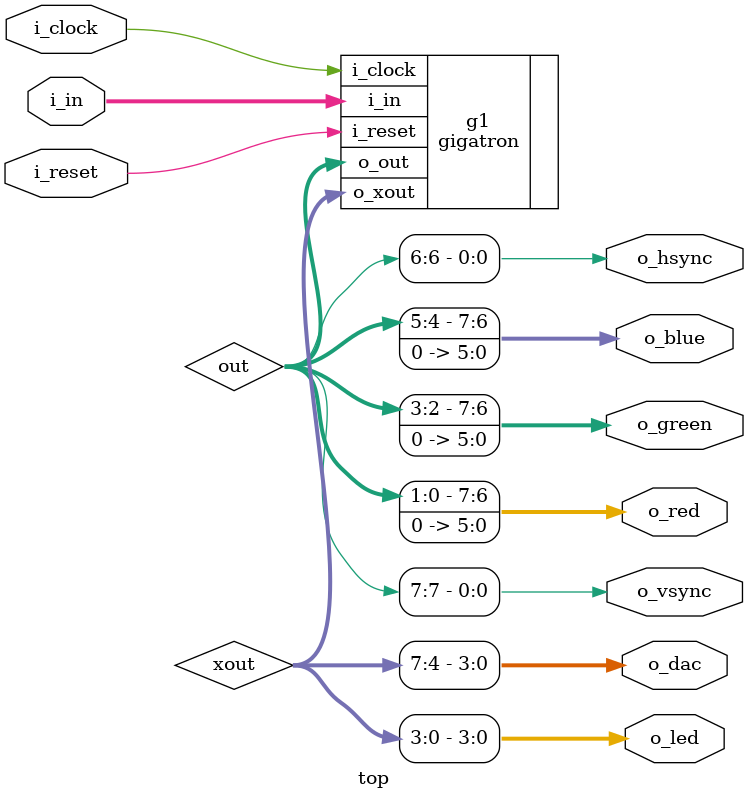
<source format=v>
`default_nettype none

module top(i_clock,
           i_reset,
           i_in,
           o_hsync,
           o_vsync,
           o_red,
           o_green,
           o_blue,
           o_led,
           o_dac);

   input  wire        i_clock;
   input  wire        i_reset;
   input  wire [7:0]  i_in;
   output wire        o_hsync;
   output wire        o_vsync;
   output wire [7:0]  o_red;
   output wire [7:0]  o_green;
   output wire [7:0]  o_blue;
   output wire [3:0]  o_led;
   output wire [3:0]  o_dac;

   wire [7:0]         out;
   wire [7:0]         xout;

   gigatron
     #(.ROM_FILE("../../data/rom.hex"))
     g1(.i_clock(i_clock),
        .i_reset(i_reset),
        .i_in(i_in),
        .o_out(out),
        .o_xout(xout));

   assign o_hsync = out[6];
   assign o_vsync = out[7];

   assign o_red = { out[1:0], 6'b0 };
   assign o_green = { out[3:2], 6'b0 };
   assign o_blue = { out[5:4], 6'b0 };

   assign o_led = xout[3:0];
   assign o_dac = xout[7:4];

endmodule

</source>
